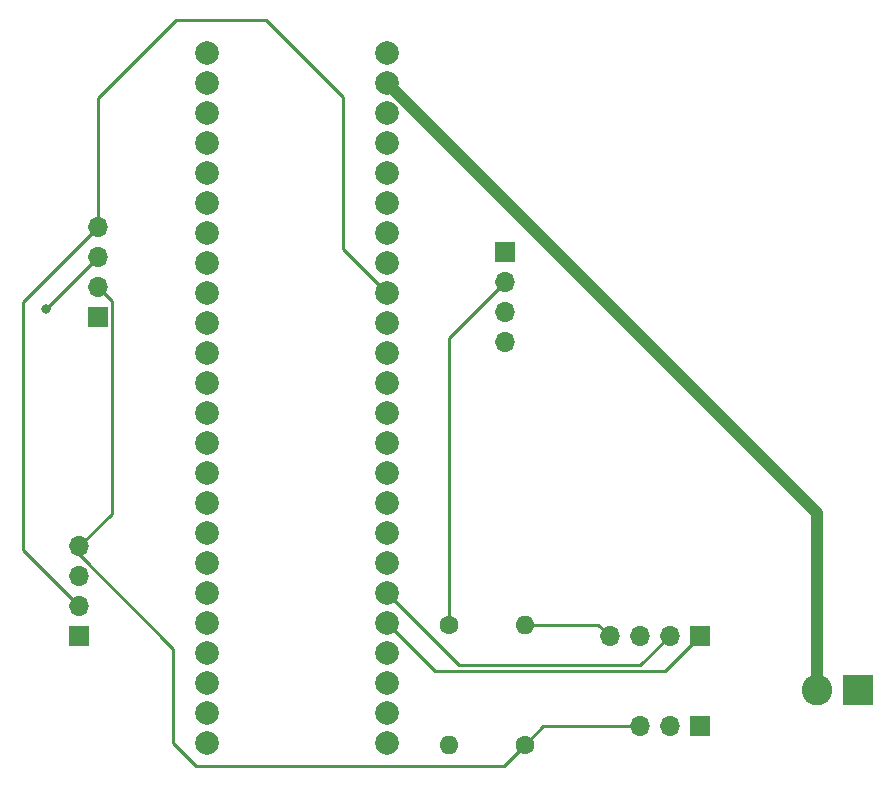
<source format=gbr>
%TF.GenerationSoftware,KiCad,Pcbnew,7.0.7*%
%TF.CreationDate,2023-11-29T00:45:09-05:00*%
%TF.ProjectId,master-board,6d617374-6572-42d6-926f-6172642e6b69,rev?*%
%TF.SameCoordinates,Original*%
%TF.FileFunction,Copper,L2,Bot*%
%TF.FilePolarity,Positive*%
%FSLAX46Y46*%
G04 Gerber Fmt 4.6, Leading zero omitted, Abs format (unit mm)*
G04 Created by KiCad (PCBNEW 7.0.7) date 2023-11-29 00:45:09*
%MOMM*%
%LPD*%
G01*
G04 APERTURE LIST*
%TA.AperFunction,ComponentPad*%
%ADD10R,1.700000X1.700000*%
%TD*%
%TA.AperFunction,ComponentPad*%
%ADD11O,1.700000X1.700000*%
%TD*%
%TA.AperFunction,ComponentPad*%
%ADD12C,1.600000*%
%TD*%
%TA.AperFunction,ComponentPad*%
%ADD13O,1.600000X1.600000*%
%TD*%
%TA.AperFunction,ComponentPad*%
%ADD14C,2.000000*%
%TD*%
%TA.AperFunction,ComponentPad*%
%ADD15R,2.600000X2.600000*%
%TD*%
%TA.AperFunction,ComponentPad*%
%ADD16C,2.600000*%
%TD*%
%TA.AperFunction,ViaPad*%
%ADD17C,0.800000*%
%TD*%
%TA.AperFunction,Conductor*%
%ADD18C,1.000000*%
%TD*%
%TA.AperFunction,Conductor*%
%ADD19C,0.250000*%
%TD*%
G04 APERTURE END LIST*
D10*
%TO.P,J5,1,Pin_1*%
%TO.N,GND*%
X116950000Y-113000000D03*
D11*
%TO.P,J5,2,Pin_2*%
%TO.N,/SDA*%
X116950000Y-110460000D03*
%TO.P,J5,3,Pin_3*%
%TO.N,/SCL*%
X116950000Y-107920000D03*
%TO.P,J5,4,Pin_4*%
%TO.N,/3.3V*%
X116950000Y-105380000D03*
%TD*%
D12*
%TO.P,R2,1*%
%TO.N,/3.3V*%
X148250000Y-112020000D03*
D13*
%TO.P,R2,2*%
%TO.N,/SCL*%
X148250000Y-122180000D03*
%TD*%
D10*
%TO.P,J2,1,Pin_1*%
%TO.N,/BMP_INT*%
X169500000Y-112980000D03*
D11*
%TO.P,J2,2,Pin_2*%
%TO.N,/BMP_CS*%
X166960000Y-112980000D03*
%TO.P,J2,3,Pin_3*%
%TO.N,/BMP_I2C_ADDR*%
X164420000Y-112980000D03*
%TO.P,J2,4,Pin_4*%
%TO.N,/SDA*%
X161880000Y-112980000D03*
%TD*%
D10*
%TO.P,J6,1,Pin_1*%
%TO.N,GND*%
X118550000Y-85990000D03*
D11*
%TO.P,J6,2,Pin_2*%
%TO.N,/3.3V*%
X118550000Y-83450000D03*
%TO.P,J6,3,Pin_3*%
%TO.N,/SCL*%
X118550000Y-80910000D03*
%TO.P,J6,4,Pin_4*%
%TO.N,/SDA*%
X118550000Y-78370000D03*
%TD*%
D10*
%TO.P,J3,1,Pin_1*%
%TO.N,/SCL*%
X169500000Y-120600000D03*
D11*
%TO.P,J3,2,Pin_2*%
%TO.N,GND*%
X166960000Y-120600000D03*
%TO.P,J3,3,Pin_3*%
%TO.N,/3.3V*%
X164420000Y-120600000D03*
%TD*%
D10*
%TO.P,J4,1,Pin_1*%
%TO.N,GND*%
X153000000Y-80480000D03*
D11*
%TO.P,J4,2,Pin_2*%
%TO.N,/3.3V*%
X153000000Y-83020000D03*
%TO.P,J4,3,Pin_3*%
%TO.N,/SCL*%
X153000000Y-85560000D03*
%TO.P,J4,4,Pin_4*%
%TO.N,/SDA*%
X153000000Y-88100000D03*
%TD*%
D14*
%TO.P,Teensy4.1,0,GND*%
%TO.N,GND*%
X127760000Y-63580000D03*
%TO.P,Teensy4.1,1,RX1*%
%TO.N,unconnected-(Teensy4.1-RX1-Pad1)*%
X127760000Y-66120000D03*
%TO.P,Teensy4.1,2,TX1*%
%TO.N,unconnected-(Teensy4.1-TX1-Pad2)*%
X127760000Y-68660000D03*
%TO.P,Teensy4.1,3,PWM*%
%TO.N,unconnected-(Teensy4.1-PWM-Pad3)*%
X127760000Y-71200000D03*
%TO.P,Teensy4.1,4,PWM*%
%TO.N,unconnected-(Teensy4.1-PWM-Pad4)*%
X127760000Y-73740000D03*
%TO.P,Teensy4.1,5,PWM*%
%TO.N,unconnected-(Teensy4.1-PWM-Pad5)*%
X127760000Y-76280000D03*
%TO.P,Teensy4.1,6,PWM*%
%TO.N,unconnected-(Teensy4.1-PWM-Pad6)*%
X127760000Y-78820000D03*
%TO.P,Teensy4.1,7,PWM*%
%TO.N,unconnected-(Teensy4.1-PWM-Pad7)*%
X127760000Y-81360000D03*
%TO.P,Teensy4.1,8,RX2*%
%TO.N,unconnected-(Teensy4.1-RX2-Pad8)*%
X127760000Y-83900000D03*
%TO.P,Teensy4.1,9,TX2*%
%TO.N,unconnected-(Teensy4.1-TX2-Pad9)*%
X127760000Y-86440000D03*
%TO.P,Teensy4.1,10,PWM*%
%TO.N,unconnected-(Teensy4.1-PWM-Pad10)*%
X127760000Y-88980000D03*
%TO.P,Teensy4.1,11,CS*%
%TO.N,unconnected-(Teensy4.1-CS-Pad11)*%
X127760000Y-91520000D03*
%TO.P,Teensy4.1,12,MOSI*%
%TO.N,unconnected-(Teensy4.1-MOSI-Pad12)*%
X127760000Y-94060000D03*
%TO.P,Teensy4.1,13,MISO*%
%TO.N,unconnected-(Teensy4.1-MISO-Pad13)*%
X127760000Y-96600000D03*
%TO.P,Teensy4.1,14,3.3V*%
%TO.N,unconnected-(Teensy4.1-3.3V-Pad14)*%
X127760000Y-99140000D03*
%TO.P,Teensy4.1,15,SCL2*%
%TO.N,unconnected-(Teensy4.1-SCL2-Pad15)*%
X127760000Y-101680000D03*
%TO.P,Teensy4.1,16,SDA2*%
%TO.N,unconnected-(Teensy4.1-SDA2-Pad16)*%
X127760000Y-104220000D03*
%TO.P,Teensy4.1,17,MOSI1*%
%TO.N,unconnected-(Teensy4.1-MOSI1-Pad17)*%
X127760000Y-106760000D03*
%TO.P,Teensy4.1,18,SCK1*%
%TO.N,unconnected-(Teensy4.1-SCK1-Pad18)*%
X127760000Y-109300000D03*
%TO.P,Teensy4.1,19,RX7*%
%TO.N,unconnected-(Teensy4.1-RX7-Pad19)*%
X127760000Y-111840000D03*
%TO.P,Teensy4.1,20,TX7*%
%TO.N,unconnected-(Teensy4.1-TX7-Pad20)*%
X127760000Y-114380000D03*
%TO.P,Teensy4.1,21,GPIO*%
%TO.N,unconnected-(Teensy4.1-GPIO-Pad21)*%
X127760000Y-116920000D03*
%TO.P,Teensy4.1,22,GPIO*%
%TO.N,unconnected-(Teensy4.1-GPIO-Pad22)*%
X127760000Y-119460000D03*
%TO.P,Teensy4.1,23,GPIO*%
%TO.N,unconnected-(Teensy4.1-GPIO-Pad23)*%
X127760000Y-122000000D03*
%TO.P,Teensy4.1,24,PWM*%
%TO.N,unconnected-(Teensy4.1-PWM-Pad24)*%
X143000000Y-122000000D03*
%TO.P,Teensy4.1,25,RX8*%
%TO.N,unconnected-(Teensy4.1-RX8-Pad25)*%
X143000000Y-119460000D03*
%TO.P,Teensy4.1,26,TX8*%
%TO.N,unconnected-(Teensy4.1-TX8-Pad26)*%
X143000000Y-116920000D03*
%TO.P,Teensy4.1,27,PWM*%
%TO.N,unconnected-(Teensy4.1-PWM-Pad27)*%
X143000000Y-114380000D03*
%TO.P,Teensy4.1,28,PWM*%
%TO.N,/BMP_INT*%
X143000000Y-111840000D03*
%TO.P,Teensy4.1,29,CS1*%
%TO.N,/BMP_CS*%
X143000000Y-109300000D03*
%TO.P,Teensy4.1,30,MISO*%
%TO.N,/BMP_I2C_ADDR*%
X143000000Y-106760000D03*
%TO.P,Teensy4.1,31,A16*%
%TO.N,unconnected-(Teensy4.1-A16-Pad31)*%
X143000000Y-104220000D03*
%TO.P,Teensy4.1,32,A17*%
%TO.N,unconnected-(Teensy4.1-A17-Pad32)*%
X143000000Y-101680000D03*
%TO.P,Teensy4.1,33,GND*%
%TO.N,unconnected-(Teensy4.1-GND-Pad33)*%
X143000000Y-99140000D03*
%TO.P,Teensy4.1,34,SCK*%
%TO.N,unconnected-(Teensy4.1-SCK-Pad34)*%
X143000000Y-96600000D03*
%TO.P,Teensy4.1,35,A0*%
%TO.N,unconnected-(Teensy4.1-A0-Pad35)*%
X143000000Y-94060000D03*
%TO.P,Teensy4.1,36,A1*%
%TO.N,unconnected-(Teensy4.1-A1-Pad36)*%
X143000000Y-91520000D03*
%TO.P,Teensy4.1,37,A2*%
%TO.N,unconnected-(Teensy4.1-A2-Pad37)*%
X143000000Y-88980000D03*
%TO.P,Teensy4.1,38,A3*%
%TO.N,unconnected-(Teensy4.1-A3-Pad38)*%
X143000000Y-86440000D03*
%TO.P,Teensy4.1,39,SDA*%
%TO.N,/SDA*%
X143000000Y-83900000D03*
%TO.P,Teensy4.1,40,SCL*%
%TO.N,/SCL*%
X143000000Y-81360000D03*
%TO.P,Teensy4.1,41,TX5*%
%TO.N,unconnected-(Teensy4.1-TX5-Pad41)*%
X143000000Y-78820000D03*
%TO.P,Teensy4.1,42,RX5*%
%TO.N,unconnected-(Teensy4.1-RX5-Pad42)*%
X143000000Y-76280000D03*
%TO.P,Teensy4.1,43,PWM*%
%TO.N,unconnected-(Teensy4.1-PWM-Pad43)*%
X143000000Y-73740000D03*
%TO.P,Teensy4.1,44,PWM*%
%TO.N,unconnected-(Teensy4.1-PWM-Pad44)*%
X143000000Y-71200000D03*
%TO.P,Teensy4.1,45,3.3V*%
%TO.N,/3.3V*%
X143000000Y-68660000D03*
%TO.P,Teensy4.1,46,GND*%
%TO.N,Net-(J1-Pin_2)*%
X143000000Y-66120000D03*
%TO.P,Teensy4.1,47,Vin*%
%TO.N,Net-(J1-Pin_1)*%
X143000000Y-63580000D03*
%TD*%
D15*
%TO.P,J1,1,Pin_1*%
%TO.N,Net-(J1-Pin_1)*%
X182950000Y-117555000D03*
D16*
%TO.P,J1,2,Pin_2*%
%TO.N,Net-(J1-Pin_2)*%
X179450000Y-117555000D03*
%TD*%
D12*
%TO.P,R1,1*%
%TO.N,/3.3V*%
X154700000Y-122180000D03*
D13*
%TO.P,R1,2*%
%TO.N,/SDA*%
X154700000Y-112020000D03*
%TD*%
D17*
%TO.N,/SCL*%
X114200000Y-85260000D03*
%TD*%
D18*
%TO.N,Net-(J1-Pin_2)*%
X179450000Y-102570000D02*
X143000000Y-66120000D01*
X179450000Y-117555000D02*
X179450000Y-102570000D01*
D19*
%TO.N,/BMP_INT*%
X169500000Y-112980000D02*
X166580000Y-115900000D01*
X147060000Y-115900000D02*
X143000000Y-111840000D01*
X166580000Y-115900000D02*
X147060000Y-115900000D01*
%TO.N,/BMP_CS*%
X164490000Y-115450000D02*
X149150000Y-115450000D01*
X166960000Y-112980000D02*
X164490000Y-115450000D01*
X149150000Y-115450000D02*
X143000000Y-109300000D01*
%TO.N,/SDA*%
X160920000Y-112020000D02*
X161880000Y-112980000D01*
X112200000Y-84720000D02*
X112200000Y-105710000D01*
X154700000Y-112020000D02*
X160920000Y-112020000D01*
X112200000Y-105710000D02*
X116950000Y-110460000D01*
X125200000Y-60800000D02*
X132800000Y-60800000D01*
X139300000Y-80200000D02*
X143000000Y-83900000D01*
X118550000Y-67450000D02*
X125200000Y-60800000D01*
X139300000Y-67300000D02*
X139300000Y-80200000D01*
X132800000Y-60800000D02*
X139300000Y-67300000D01*
X118550000Y-78370000D02*
X118550000Y-67450000D01*
X118550000Y-78370000D02*
X112200000Y-84720000D01*
%TO.N,/SCL*%
X118550000Y-80910000D02*
X114200000Y-85260000D01*
%TO.N,/3.3V*%
X119725000Y-84625000D02*
X119725000Y-102605000D01*
X126900000Y-123950000D02*
X152930000Y-123950000D01*
X119725000Y-102605000D02*
X116950000Y-105380000D01*
X118550000Y-83450000D02*
X119725000Y-84625000D01*
X152930000Y-123950000D02*
X154700000Y-122180000D01*
X148250000Y-87770000D02*
X148250000Y-112020000D01*
X116950000Y-105380000D02*
X116950000Y-106050000D01*
X124950000Y-122000000D02*
X126900000Y-123950000D01*
X116950000Y-106050000D02*
X124950000Y-114050000D01*
X124950000Y-114050000D02*
X124950000Y-122000000D01*
X153000000Y-83020000D02*
X148250000Y-87770000D01*
X156280000Y-120600000D02*
X154700000Y-122180000D01*
X164420000Y-120600000D02*
X156280000Y-120600000D01*
%TD*%
M02*

</source>
